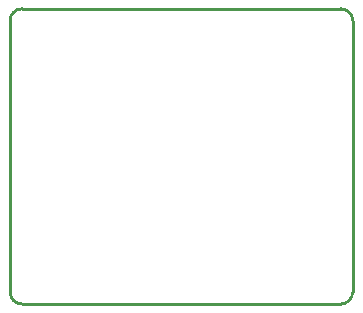
<source format=gko>
G04 Layer_Color=16711935*
%FSLAX25Y25*%
%MOIN*%
G70*
G01*
G75*
%ADD16C,0.00965*%
%ADD17C,0.01000*%
D16*
X358268Y204724D02*
G03*
X362205Y208661I0J3937D01*
G01*
X248031D02*
G03*
X251969Y204724I3937J0D01*
G01*
X251969Y303150D02*
G03*
X248031Y299213I0J-3937D01*
G01*
X362205Y299213D02*
G03*
X358268Y303150I-3937J0D01*
G01*
D17*
X248031Y208661D02*
Y299213D01*
X251969Y303150D02*
X358268D01*
X251969Y204724D02*
X358268D01*
X362205Y208661D02*
Y299213D01*
M02*

</source>
